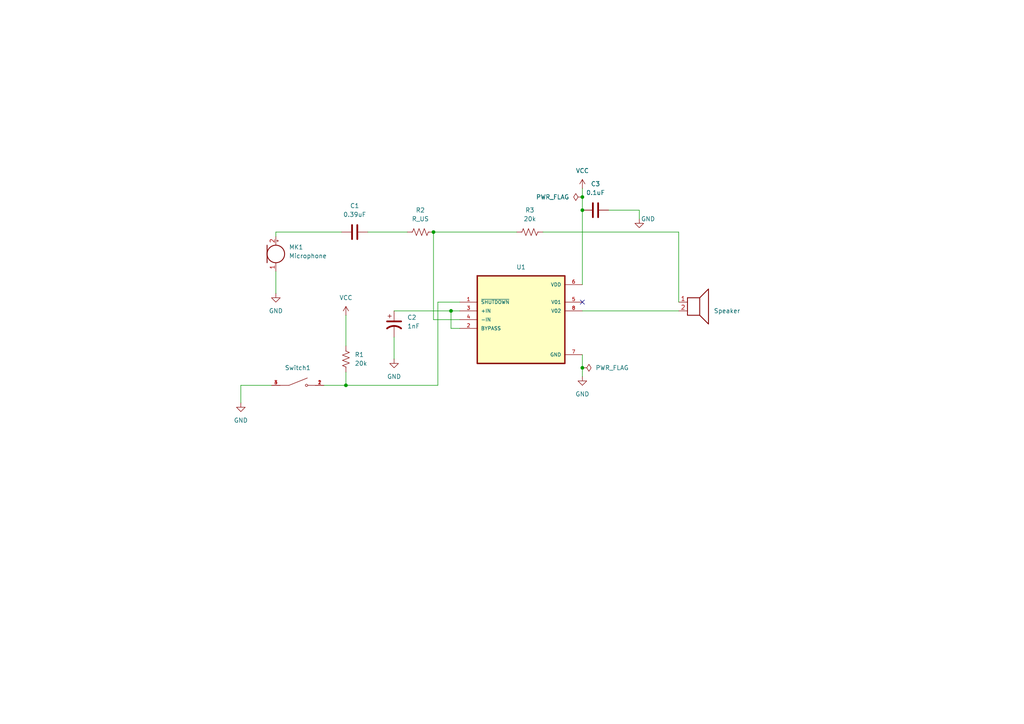
<source format=kicad_sch>
(kicad_sch
	(version 20231120)
	(generator "eeschema")
	(generator_version "8.0")
	(uuid "dc0470f7-d6fb-407b-ae6c-eb0711ae7f03")
	(paper "A4")
	(title_block
		(title "1W Amplifier Circuit")
		(date "2024-07-18")
		(company "Prince Lee Muhera")
	)
	(lib_symbols
		(symbol "Device:C"
			(pin_numbers hide)
			(pin_names
				(offset 0.254)
			)
			(exclude_from_sim no)
			(in_bom yes)
			(on_board yes)
			(property "Reference" "C"
				(at 0.635 2.54 0)
				(effects
					(font
						(size 1.27 1.27)
					)
					(justify left)
				)
			)
			(property "Value" "C"
				(at 0.635 -2.54 0)
				(effects
					(font
						(size 1.27 1.27)
					)
					(justify left)
				)
			)
			(property "Footprint" ""
				(at 0.9652 -3.81 0)
				(effects
					(font
						(size 1.27 1.27)
					)
					(hide yes)
				)
			)
			(property "Datasheet" "~"
				(at 0 0 0)
				(effects
					(font
						(size 1.27 1.27)
					)
					(hide yes)
				)
			)
			(property "Description" "Unpolarized capacitor"
				(at 0 0 0)
				(effects
					(font
						(size 1.27 1.27)
					)
					(hide yes)
				)
			)
			(property "ki_keywords" "cap capacitor"
				(at 0 0 0)
				(effects
					(font
						(size 1.27 1.27)
					)
					(hide yes)
				)
			)
			(property "ki_fp_filters" "C_*"
				(at 0 0 0)
				(effects
					(font
						(size 1.27 1.27)
					)
					(hide yes)
				)
			)
			(symbol "C_0_1"
				(polyline
					(pts
						(xy -2.032 -0.762) (xy 2.032 -0.762)
					)
					(stroke
						(width 0.508)
						(type default)
					)
					(fill
						(type none)
					)
				)
				(polyline
					(pts
						(xy -2.032 0.762) (xy 2.032 0.762)
					)
					(stroke
						(width 0.508)
						(type default)
					)
					(fill
						(type none)
					)
				)
			)
			(symbol "C_1_1"
				(pin passive line
					(at 0 3.81 270)
					(length 2.794)
					(name "~"
						(effects
							(font
								(size 1.27 1.27)
							)
						)
					)
					(number "1"
						(effects
							(font
								(size 1.27 1.27)
							)
						)
					)
				)
				(pin passive line
					(at 0 -3.81 90)
					(length 2.794)
					(name "~"
						(effects
							(font
								(size 1.27 1.27)
							)
						)
					)
					(number "2"
						(effects
							(font
								(size 1.27 1.27)
							)
						)
					)
				)
			)
		)
		(symbol "Device:C_Polarized_US"
			(pin_numbers hide)
			(pin_names
				(offset 0.254) hide)
			(exclude_from_sim no)
			(in_bom yes)
			(on_board yes)
			(property "Reference" "C"
				(at 0.635 2.54 0)
				(effects
					(font
						(size 1.27 1.27)
					)
					(justify left)
				)
			)
			(property "Value" "C_Polarized_US"
				(at 0.635 -2.54 0)
				(effects
					(font
						(size 1.27 1.27)
					)
					(justify left)
				)
			)
			(property "Footprint" ""
				(at 0 0 0)
				(effects
					(font
						(size 1.27 1.27)
					)
					(hide yes)
				)
			)
			(property "Datasheet" "~"
				(at 0 0 0)
				(effects
					(font
						(size 1.27 1.27)
					)
					(hide yes)
				)
			)
			(property "Description" "Polarized capacitor, US symbol"
				(at 0 0 0)
				(effects
					(font
						(size 1.27 1.27)
					)
					(hide yes)
				)
			)
			(property "ki_keywords" "cap capacitor"
				(at 0 0 0)
				(effects
					(font
						(size 1.27 1.27)
					)
					(hide yes)
				)
			)
			(property "ki_fp_filters" "CP_*"
				(at 0 0 0)
				(effects
					(font
						(size 1.27 1.27)
					)
					(hide yes)
				)
			)
			(symbol "C_Polarized_US_0_1"
				(polyline
					(pts
						(xy -2.032 0.762) (xy 2.032 0.762)
					)
					(stroke
						(width 0.508)
						(type default)
					)
					(fill
						(type none)
					)
				)
				(polyline
					(pts
						(xy -1.778 2.286) (xy -0.762 2.286)
					)
					(stroke
						(width 0)
						(type default)
					)
					(fill
						(type none)
					)
				)
				(polyline
					(pts
						(xy -1.27 1.778) (xy -1.27 2.794)
					)
					(stroke
						(width 0)
						(type default)
					)
					(fill
						(type none)
					)
				)
				(arc
					(start 2.032 -1.27)
					(mid 0 -0.5572)
					(end -2.032 -1.27)
					(stroke
						(width 0.508)
						(type default)
					)
					(fill
						(type none)
					)
				)
			)
			(symbol "C_Polarized_US_1_1"
				(pin passive line
					(at 0 3.81 270)
					(length 2.794)
					(name "~"
						(effects
							(font
								(size 1.27 1.27)
							)
						)
					)
					(number "1"
						(effects
							(font
								(size 1.27 1.27)
							)
						)
					)
				)
				(pin passive line
					(at 0 -3.81 90)
					(length 3.302)
					(name "~"
						(effects
							(font
								(size 1.27 1.27)
							)
						)
					)
					(number "2"
						(effects
							(font
								(size 1.27 1.27)
							)
						)
					)
				)
			)
		)
		(symbol "Device:Microphone"
			(pin_names
				(offset 0.0254) hide)
			(exclude_from_sim no)
			(in_bom yes)
			(on_board yes)
			(property "Reference" "MK"
				(at -3.81 1.27 0)
				(effects
					(font
						(size 1.27 1.27)
					)
					(justify right)
				)
			)
			(property "Value" "Microphone"
				(at -3.81 -0.635 0)
				(effects
					(font
						(size 1.27 1.27)
					)
					(justify right)
				)
			)
			(property "Footprint" ""
				(at 0 2.54 90)
				(effects
					(font
						(size 1.27 1.27)
					)
					(hide yes)
				)
			)
			(property "Datasheet" "~"
				(at 0 2.54 90)
				(effects
					(font
						(size 1.27 1.27)
					)
					(hide yes)
				)
			)
			(property "Description" "Microphone"
				(at 0 0 0)
				(effects
					(font
						(size 1.27 1.27)
					)
					(hide yes)
				)
			)
			(property "ki_keywords" "microphone"
				(at 0 0 0)
				(effects
					(font
						(size 1.27 1.27)
					)
					(hide yes)
				)
			)
			(symbol "Microphone_0_1"
				(polyline
					(pts
						(xy -2.54 2.54) (xy -2.54 -2.54)
					)
					(stroke
						(width 0.254)
						(type default)
					)
					(fill
						(type none)
					)
				)
				(polyline
					(pts
						(xy 0.254 3.81) (xy 0.762 3.81)
					)
					(stroke
						(width 0)
						(type default)
					)
					(fill
						(type none)
					)
				)
				(polyline
					(pts
						(xy 0.508 4.064) (xy 0.508 3.556)
					)
					(stroke
						(width 0)
						(type default)
					)
					(fill
						(type none)
					)
				)
				(circle
					(center 0 0)
					(radius 2.54)
					(stroke
						(width 0.254)
						(type default)
					)
					(fill
						(type none)
					)
				)
			)
			(symbol "Microphone_1_1"
				(pin passive line
					(at 0 -5.08 90)
					(length 2.54)
					(name "-"
						(effects
							(font
								(size 1.27 1.27)
							)
						)
					)
					(number "1"
						(effects
							(font
								(size 1.27 1.27)
							)
						)
					)
				)
				(pin passive line
					(at 0 5.08 270)
					(length 2.54)
					(name "+"
						(effects
							(font
								(size 1.27 1.27)
							)
						)
					)
					(number "2"
						(effects
							(font
								(size 1.27 1.27)
							)
						)
					)
				)
			)
		)
		(symbol "Device:R_US"
			(pin_numbers hide)
			(pin_names
				(offset 0)
			)
			(exclude_from_sim no)
			(in_bom yes)
			(on_board yes)
			(property "Reference" "R"
				(at 2.54 0 90)
				(effects
					(font
						(size 1.27 1.27)
					)
				)
			)
			(property "Value" "R_US"
				(at -2.54 0 90)
				(effects
					(font
						(size 1.27 1.27)
					)
				)
			)
			(property "Footprint" ""
				(at 1.016 -0.254 90)
				(effects
					(font
						(size 1.27 1.27)
					)
					(hide yes)
				)
			)
			(property "Datasheet" "~"
				(at 0 0 0)
				(effects
					(font
						(size 1.27 1.27)
					)
					(hide yes)
				)
			)
			(property "Description" "Resistor, US symbol"
				(at 0 0 0)
				(effects
					(font
						(size 1.27 1.27)
					)
					(hide yes)
				)
			)
			(property "ki_keywords" "R res resistor"
				(at 0 0 0)
				(effects
					(font
						(size 1.27 1.27)
					)
					(hide yes)
				)
			)
			(property "ki_fp_filters" "R_*"
				(at 0 0 0)
				(effects
					(font
						(size 1.27 1.27)
					)
					(hide yes)
				)
			)
			(symbol "R_US_0_1"
				(polyline
					(pts
						(xy 0 -2.286) (xy 0 -2.54)
					)
					(stroke
						(width 0)
						(type default)
					)
					(fill
						(type none)
					)
				)
				(polyline
					(pts
						(xy 0 2.286) (xy 0 2.54)
					)
					(stroke
						(width 0)
						(type default)
					)
					(fill
						(type none)
					)
				)
				(polyline
					(pts
						(xy 0 -0.762) (xy 1.016 -1.143) (xy 0 -1.524) (xy -1.016 -1.905) (xy 0 -2.286)
					)
					(stroke
						(width 0)
						(type default)
					)
					(fill
						(type none)
					)
				)
				(polyline
					(pts
						(xy 0 0.762) (xy 1.016 0.381) (xy 0 0) (xy -1.016 -0.381) (xy 0 -0.762)
					)
					(stroke
						(width 0)
						(type default)
					)
					(fill
						(type none)
					)
				)
				(polyline
					(pts
						(xy 0 2.286) (xy 1.016 1.905) (xy 0 1.524) (xy -1.016 1.143) (xy 0 0.762)
					)
					(stroke
						(width 0)
						(type default)
					)
					(fill
						(type none)
					)
				)
			)
			(symbol "R_US_1_1"
				(pin passive line
					(at 0 3.81 270)
					(length 1.27)
					(name "~"
						(effects
							(font
								(size 1.27 1.27)
							)
						)
					)
					(number "1"
						(effects
							(font
								(size 1.27 1.27)
							)
						)
					)
				)
				(pin passive line
					(at 0 -3.81 90)
					(length 1.27)
					(name "~"
						(effects
							(font
								(size 1.27 1.27)
							)
						)
					)
					(number "2"
						(effects
							(font
								(size 1.27 1.27)
							)
						)
					)
				)
			)
		)
		(symbol "Device:Speaker"
			(pin_names
				(offset 0) hide)
			(exclude_from_sim no)
			(in_bom yes)
			(on_board yes)
			(property "Reference" "LS"
				(at 1.27 5.715 0)
				(effects
					(font
						(size 1.27 1.27)
					)
					(justify right)
				)
			)
			(property "Value" "Speaker"
				(at 1.27 3.81 0)
				(effects
					(font
						(size 1.27 1.27)
					)
					(justify right)
				)
			)
			(property "Footprint" ""
				(at 0 -5.08 0)
				(effects
					(font
						(size 1.27 1.27)
					)
					(hide yes)
				)
			)
			(property "Datasheet" "~"
				(at -0.254 -1.27 0)
				(effects
					(font
						(size 1.27 1.27)
					)
					(hide yes)
				)
			)
			(property "Description" "Speaker"
				(at 0 0 0)
				(effects
					(font
						(size 1.27 1.27)
					)
					(hide yes)
				)
			)
			(property "ki_keywords" "speaker sound"
				(at 0 0 0)
				(effects
					(font
						(size 1.27 1.27)
					)
					(hide yes)
				)
			)
			(symbol "Speaker_0_0"
				(rectangle
					(start -2.54 1.27)
					(end 1.016 -3.81)
					(stroke
						(width 0.254)
						(type default)
					)
					(fill
						(type none)
					)
				)
				(polyline
					(pts
						(xy 1.016 1.27) (xy 3.556 3.81) (xy 3.556 -6.35) (xy 1.016 -3.81)
					)
					(stroke
						(width 0.254)
						(type default)
					)
					(fill
						(type none)
					)
				)
			)
			(symbol "Speaker_1_1"
				(pin input line
					(at -5.08 0 0)
					(length 2.54)
					(name "1"
						(effects
							(font
								(size 1.27 1.27)
							)
						)
					)
					(number "1"
						(effects
							(font
								(size 1.27 1.27)
							)
						)
					)
				)
				(pin input line
					(at -5.08 -2.54 0)
					(length 2.54)
					(name "2"
						(effects
							(font
								(size 1.27 1.27)
							)
						)
					)
					(number "2"
						(effects
							(font
								(size 1.27 1.27)
							)
						)
					)
				)
			)
		)
		(symbol "LM4876M:LM4876M"
			(pin_names
				(offset 1.016)
			)
			(exclude_from_sim no)
			(in_bom yes)
			(on_board yes)
			(property "Reference" "U"
				(at -12.7 13.7 0)
				(effects
					(font
						(size 1.27 1.27)
					)
					(justify left bottom)
				)
			)
			(property "Value" "LM4876M"
				(at -12.7 -16.7 0)
				(effects
					(font
						(size 1.27 1.27)
					)
					(justify left bottom)
				)
			)
			(property "Footprint" "LM4876M:SOIC127P599X175-8N"
				(at 0 0 0)
				(effects
					(font
						(size 1.27 1.27)
					)
					(justify bottom)
					(hide yes)
				)
			)
			(property "Datasheet" ""
				(at 0 0 0)
				(effects
					(font
						(size 1.27 1.27)
					)
					(hide yes)
				)
			)
			(property "Description" ""
				(at 0 0 0)
				(effects
					(font
						(size 1.27 1.27)
					)
					(hide yes)
				)
			)
			(property "MF" "Texas Instruments"
				(at 0 0 0)
				(effects
					(font
						(size 1.27 1.27)
					)
					(justify bottom)
					(hide yes)
				)
			)
			(property "Description_1" "\n1.1-W, mono, analog input Class-AB audio amplifier with logic-low shutdown\n"
				(at 0 0 0)
				(effects
					(font
						(size 1.27 1.27)
					)
					(justify bottom)
					(hide yes)
				)
			)
			(property "Package" "SOIC-8 Texas Instruments"
				(at 0 0 0)
				(effects
					(font
						(size 1.27 1.27)
					)
					(justify bottom)
					(hide yes)
				)
			)
			(property "Price" "None"
				(at 0 0 0)
				(effects
					(font
						(size 1.27 1.27)
					)
					(justify bottom)
					(hide yes)
				)
			)
			(property "SnapEDA_Link" "https://www.snapeda.com/parts/LM4876M/NOPB/Texas+Instruments/view-part/?ref=snap"
				(at 0 0 0)
				(effects
					(font
						(size 1.27 1.27)
					)
					(justify bottom)
					(hide yes)
				)
			)
			(property "MP" "LM4876M/NOPB"
				(at 0 0 0)
				(effects
					(font
						(size 1.27 1.27)
					)
					(justify bottom)
					(hide yes)
				)
			)
			(property "Purchase-URL" "https://www.snapeda.com/api/url_track_click_mouser/?unipart_id=22836&manufacturer=Texas Instruments&part_name=LM4876M/NOPB&search_term=lm4876"
				(at 0 0 0)
				(effects
					(font
						(size 1.27 1.27)
					)
					(justify bottom)
					(hide yes)
				)
			)
			(property "Availability" "In Stock"
				(at 0 0 0)
				(effects
					(font
						(size 1.27 1.27)
					)
					(justify bottom)
					(hide yes)
				)
			)
			(property "Check_prices" "https://www.snapeda.com/parts/LM4876M/NOPB/Texas+Instruments/view-part/?ref=eda"
				(at 0 0 0)
				(effects
					(font
						(size 1.27 1.27)
					)
					(justify bottom)
					(hide yes)
				)
			)
			(symbol "LM4876M_0_0"
				(rectangle
					(start -12.7 -12.7)
					(end 12.7 12.7)
					(stroke
						(width 0.41)
						(type default)
					)
					(fill
						(type background)
					)
				)
				(pin input line
					(at -17.78 5.08 0)
					(length 5.08)
					(name "~{SHUTDOWN}"
						(effects
							(font
								(size 1.016 1.016)
							)
						)
					)
					(number "1"
						(effects
							(font
								(size 1.016 1.016)
							)
						)
					)
				)
				(pin input line
					(at -17.78 -2.54 0)
					(length 5.08)
					(name "BYPASS"
						(effects
							(font
								(size 1.016 1.016)
							)
						)
					)
					(number "2"
						(effects
							(font
								(size 1.016 1.016)
							)
						)
					)
				)
				(pin input line
					(at -17.78 2.54 0)
					(length 5.08)
					(name "+IN"
						(effects
							(font
								(size 1.016 1.016)
							)
						)
					)
					(number "3"
						(effects
							(font
								(size 1.016 1.016)
							)
						)
					)
				)
				(pin input line
					(at -17.78 0 0)
					(length 5.08)
					(name "-IN"
						(effects
							(font
								(size 1.016 1.016)
							)
						)
					)
					(number "4"
						(effects
							(font
								(size 1.016 1.016)
							)
						)
					)
				)
				(pin output line
					(at 17.78 5.08 180)
					(length 5.08)
					(name "V01"
						(effects
							(font
								(size 1.016 1.016)
							)
						)
					)
					(number "5"
						(effects
							(font
								(size 1.016 1.016)
							)
						)
					)
				)
				(pin power_in line
					(at 17.78 10.16 180)
					(length 5.08)
					(name "VDD"
						(effects
							(font
								(size 1.016 1.016)
							)
						)
					)
					(number "6"
						(effects
							(font
								(size 1.016 1.016)
							)
						)
					)
				)
				(pin power_in line
					(at 17.78 -10.16 180)
					(length 5.08)
					(name "GND"
						(effects
							(font
								(size 1.016 1.016)
							)
						)
					)
					(number "7"
						(effects
							(font
								(size 1.016 1.016)
							)
						)
					)
				)
				(pin output line
					(at 17.78 2.54 180)
					(length 5.08)
					(name "V02"
						(effects
							(font
								(size 1.016 1.016)
							)
						)
					)
					(number "8"
						(effects
							(font
								(size 1.016 1.016)
							)
						)
					)
				)
			)
		)
		(symbol "TS16-1212-85-BK-100-SMT-TR:TS16-1212-85-BK-100-SMT-TR"
			(pin_names
				(offset 1.016)
			)
			(exclude_from_sim no)
			(in_bom yes)
			(on_board yes)
			(property "Reference" "S"
				(at -2.54 2.54 0)
				(effects
					(font
						(size 1.27 1.27)
					)
					(justify left bottom)
				)
			)
			(property "Value" "TS16-1212-85-BK-100-SMT-TR"
				(at -2.54 -2.54 0)
				(effects
					(font
						(size 1.27 1.27)
					)
					(justify left top)
				)
			)
			(property "Footprint" "TS16-1212-85-BK-100-SMT-TR:SW_TS16-1212-85-BK-100-SMT-TR"
				(at 0 0 0)
				(effects
					(font
						(size 1.27 1.27)
					)
					(justify bottom)
					(hide yes)
				)
			)
			(property "Datasheet" ""
				(at 0 0 0)
				(effects
					(font
						(size 1.27 1.27)
					)
					(hide yes)
				)
			)
			(property "Description" ""
				(at 0 0 0)
				(effects
					(font
						(size 1.27 1.27)
					)
					(hide yes)
				)
			)
			(property "CUI_purchase_URL" "https://www.cuidevices.com/product/switches/tactile-switches/ts16-1212-85-bk-100-smt-tr?utm_source=snapeda.com&utm_medium=referral&utm_campaign=snapedaBOM"
				(at 0 0 0)
				(effects
					(font
						(size 1.27 1.27)
					)
					(justify bottom)
					(hide yes)
				)
			)
			(property "MF" "CUI Devices"
				(at 0 0 0)
				(effects
					(font
						(size 1.27 1.27)
					)
					(justify bottom)
					(hide yes)
				)
			)
			(property "MAXIMUM_PACKAGE_HEIGHT" "7.7 mm"
				(at 0 0 0)
				(effects
					(font
						(size 1.27 1.27)
					)
					(justify bottom)
					(hide yes)
				)
			)
			(property "Package" "None"
				(at 0 0 0)
				(effects
					(font
						(size 1.27 1.27)
					)
					(justify bottom)
					(hide yes)
				)
			)
			(property "Price" "None"
				(at 0 0 0)
				(effects
					(font
						(size 1.27 1.27)
					)
					(justify bottom)
					(hide yes)
				)
			)
			(property "Check_prices" "https://www.snapeda.com/parts/TS16-1212-85-BK-100-SMT-TR/CUI+Devices/view-part/?ref=eda"
				(at 0 0 0)
				(effects
					(font
						(size 1.27 1.27)
					)
					(justify bottom)
					(hide yes)
				)
			)
			(property "STANDARD" "Manufacturer Recommendations"
				(at 0 0 0)
				(effects
					(font
						(size 1.27 1.27)
					)
					(justify bottom)
					(hide yes)
				)
			)
			(property "PARTREV" "1.01"
				(at 0 0 0)
				(effects
					(font
						(size 1.27 1.27)
					)
					(justify bottom)
					(hide yes)
				)
			)
			(property "SnapEDA_Link" "https://www.snapeda.com/parts/TS16-1212-85-BK-100-SMT-TR/CUI+Devices/view-part/?ref=snap"
				(at 0 0 0)
				(effects
					(font
						(size 1.27 1.27)
					)
					(justify bottom)
					(hide yes)
				)
			)
			(property "MP" "TS16-1212-85-BK-100-SMT-TR"
				(at 0 0 0)
				(effects
					(font
						(size 1.27 1.27)
					)
					(justify bottom)
					(hide yes)
				)
			)
			(property "Purchase-URL" "https://www.snapeda.com/api/url_track_click_mouser/?unipart_id=12256581&manufacturer=CUI Devices&part_name=TS16-1212-85-BK-100-SMT-TR&search_term=switch"
				(at 0 0 0)
				(effects
					(font
						(size 1.27 1.27)
					)
					(justify bottom)
					(hide yes)
				)
			)
			(property "Description_1" "12 x 12 mm, 8.5 mm Actuactor Height, 100gf, Black, Surface Mount, TR, SPST, Tactile Switch"
				(at 0 0 0)
				(effects
					(font
						(size 1.27 1.27)
					)
					(justify bottom)
					(hide yes)
				)
			)
			(property "SNAPEDA_PN" "TS16-1212-75-BK-100-SMT-TR"
				(at 0 0 0)
				(effects
					(font
						(size 1.27 1.27)
					)
					(justify bottom)
					(hide yes)
				)
			)
			(property "Availability" "In Stock"
				(at 0 0 0)
				(effects
					(font
						(size 1.27 1.27)
					)
					(justify bottom)
					(hide yes)
				)
			)
			(property "MANUFACTURER" "CUI Devices"
				(at 0 0 0)
				(effects
					(font
						(size 1.27 1.27)
					)
					(justify bottom)
					(hide yes)
				)
			)
			(symbol "TS16-1212-85-BK-100-SMT-TR_0_0"
				(polyline
					(pts
						(xy -2.54 0) (xy -5.08 0)
					)
					(stroke
						(width 0.1524)
						(type default)
					)
					(fill
						(type none)
					)
				)
				(polyline
					(pts
						(xy -2.54 0) (xy 2.794 2.1336)
					)
					(stroke
						(width 0.1524)
						(type default)
					)
					(fill
						(type none)
					)
				)
				(polyline
					(pts
						(xy 5.08 0) (xy 2.921 0)
					)
					(stroke
						(width 0.1524)
						(type default)
					)
					(fill
						(type none)
					)
				)
				(circle
					(center 2.54 0)
					(radius 0.3302)
					(stroke
						(width 0.1524)
						(type default)
					)
					(fill
						(type none)
					)
				)
				(pin passive line
					(at 7.62 0 180)
					(length 2.54)
					(name "~"
						(effects
							(font
								(size 1.016 1.016)
							)
						)
					)
					(number "1"
						(effects
							(font
								(size 1.016 1.016)
							)
						)
					)
				)
				(pin passive line
					(at 7.62 0 180)
					(length 2.54)
					(name "~"
						(effects
							(font
								(size 1.016 1.016)
							)
						)
					)
					(number "2"
						(effects
							(font
								(size 1.016 1.016)
							)
						)
					)
				)
				(pin passive line
					(at -7.62 0 0)
					(length 2.54)
					(name "~"
						(effects
							(font
								(size 1.016 1.016)
							)
						)
					)
					(number "3"
						(effects
							(font
								(size 1.016 1.016)
							)
						)
					)
				)
				(pin passive line
					(at -7.62 0 0)
					(length 2.54)
					(name "~"
						(effects
							(font
								(size 1.016 1.016)
							)
						)
					)
					(number "4"
						(effects
							(font
								(size 1.016 1.016)
							)
						)
					)
				)
			)
		)
		(symbol "power:GND"
			(power)
			(pin_numbers hide)
			(pin_names
				(offset 0) hide)
			(exclude_from_sim no)
			(in_bom yes)
			(on_board yes)
			(property "Reference" "#PWR"
				(at 0 -6.35 0)
				(effects
					(font
						(size 1.27 1.27)
					)
					(hide yes)
				)
			)
			(property "Value" "GND"
				(at 0 -3.81 0)
				(effects
					(font
						(size 1.27 1.27)
					)
				)
			)
			(property "Footprint" ""
				(at 0 0 0)
				(effects
					(font
						(size 1.27 1.27)
					)
					(hide yes)
				)
			)
			(property "Datasheet" ""
				(at 0 0 0)
				(effects
					(font
						(size 1.27 1.27)
					)
					(hide yes)
				)
			)
			(property "Description" "Power symbol creates a global label with name \"GND\" , ground"
				(at 0 0 0)
				(effects
					(font
						(size 1.27 1.27)
					)
					(hide yes)
				)
			)
			(property "ki_keywords" "global power"
				(at 0 0 0)
				(effects
					(font
						(size 1.27 1.27)
					)
					(hide yes)
				)
			)
			(symbol "GND_0_1"
				(polyline
					(pts
						(xy 0 0) (xy 0 -1.27) (xy 1.27 -1.27) (xy 0 -2.54) (xy -1.27 -1.27) (xy 0 -1.27)
					)
					(stroke
						(width 0)
						(type default)
					)
					(fill
						(type none)
					)
				)
			)
			(symbol "GND_1_1"
				(pin power_in line
					(at 0 0 270)
					(length 0)
					(name "~"
						(effects
							(font
								(size 1.27 1.27)
							)
						)
					)
					(number "1"
						(effects
							(font
								(size 1.27 1.27)
							)
						)
					)
				)
			)
		)
		(symbol "power:PWR_FLAG"
			(power)
			(pin_numbers hide)
			(pin_names
				(offset 0) hide)
			(exclude_from_sim no)
			(in_bom yes)
			(on_board yes)
			(property "Reference" "#FLG"
				(at 0 1.905 0)
				(effects
					(font
						(size 1.27 1.27)
					)
					(hide yes)
				)
			)
			(property "Value" "PWR_FLAG"
				(at 0 3.81 0)
				(effects
					(font
						(size 1.27 1.27)
					)
				)
			)
			(property "Footprint" ""
				(at 0 0 0)
				(effects
					(font
						(size 1.27 1.27)
					)
					(hide yes)
				)
			)
			(property "Datasheet" "~"
				(at 0 0 0)
				(effects
					(font
						(size 1.27 1.27)
					)
					(hide yes)
				)
			)
			(property "Description" "Special symbol for telling ERC where power comes from"
				(at 0 0 0)
				(effects
					(font
						(size 1.27 1.27)
					)
					(hide yes)
				)
			)
			(property "ki_keywords" "flag power"
				(at 0 0 0)
				(effects
					(font
						(size 1.27 1.27)
					)
					(hide yes)
				)
			)
			(symbol "PWR_FLAG_0_0"
				(pin power_out line
					(at 0 0 90)
					(length 0)
					(name "~"
						(effects
							(font
								(size 1.27 1.27)
							)
						)
					)
					(number "1"
						(effects
							(font
								(size 1.27 1.27)
							)
						)
					)
				)
			)
			(symbol "PWR_FLAG_0_1"
				(polyline
					(pts
						(xy 0 0) (xy 0 1.27) (xy -1.016 1.905) (xy 0 2.54) (xy 1.016 1.905) (xy 0 1.27)
					)
					(stroke
						(width 0)
						(type default)
					)
					(fill
						(type none)
					)
				)
			)
		)
		(symbol "power:VCC"
			(power)
			(pin_numbers hide)
			(pin_names
				(offset 0) hide)
			(exclude_from_sim no)
			(in_bom yes)
			(on_board yes)
			(property "Reference" "#PWR"
				(at 0 -3.81 0)
				(effects
					(font
						(size 1.27 1.27)
					)
					(hide yes)
				)
			)
			(property "Value" "VCC"
				(at 0 3.556 0)
				(effects
					(font
						(size 1.27 1.27)
					)
				)
			)
			(property "Footprint" ""
				(at 0 0 0)
				(effects
					(font
						(size 1.27 1.27)
					)
					(hide yes)
				)
			)
			(property "Datasheet" ""
				(at 0 0 0)
				(effects
					(font
						(size 1.27 1.27)
					)
					(hide yes)
				)
			)
			(property "Description" "Power symbol creates a global label with name \"VCC\""
				(at 0 0 0)
				(effects
					(font
						(size 1.27 1.27)
					)
					(hide yes)
				)
			)
			(property "ki_keywords" "global power"
				(at 0 0 0)
				(effects
					(font
						(size 1.27 1.27)
					)
					(hide yes)
				)
			)
			(symbol "VCC_0_1"
				(polyline
					(pts
						(xy -0.762 1.27) (xy 0 2.54)
					)
					(stroke
						(width 0)
						(type default)
					)
					(fill
						(type none)
					)
				)
				(polyline
					(pts
						(xy 0 0) (xy 0 2.54)
					)
					(stroke
						(width 0)
						(type default)
					)
					(fill
						(type none)
					)
				)
				(polyline
					(pts
						(xy 0 2.54) (xy 0.762 1.27)
					)
					(stroke
						(width 0)
						(type default)
					)
					(fill
						(type none)
					)
				)
			)
			(symbol "VCC_1_1"
				(pin power_in line
					(at 0 0 90)
					(length 0)
					(name "~"
						(effects
							(font
								(size 1.27 1.27)
							)
						)
					)
					(number "1"
						(effects
							(font
								(size 1.27 1.27)
							)
						)
					)
				)
			)
		)
	)
	(junction
		(at 130.81 90.17)
		(diameter 0)
		(color 0 0 0 0)
		(uuid "14c3f224-f3a1-465e-be1a-50e7aa3e436f")
	)
	(junction
		(at 100.33 111.76)
		(diameter 0)
		(color 0 0 0 0)
		(uuid "1a48e1f9-75c9-4a24-a371-23299e63555a")
	)
	(junction
		(at 168.91 57.15)
		(diameter 0)
		(color 0 0 0 0)
		(uuid "5619ac96-8ced-48a6-8efa-658d509da738")
	)
	(junction
		(at 168.91 106.68)
		(diameter 0)
		(color 0 0 0 0)
		(uuid "7b57bf99-9b88-463d-8d38-6dc29fa06867")
	)
	(junction
		(at 125.73 67.31)
		(diameter 0)
		(color 0 0 0 0)
		(uuid "c3fc14ab-2d32-4c48-8b57-5396a14aacb3")
	)
	(junction
		(at 168.91 60.96)
		(diameter 0)
		(color 0 0 0 0)
		(uuid "f2d9745e-e891-4101-889e-3feeb9ad58a8")
	)
	(no_connect
		(at 168.91 87.63)
		(uuid "1d2a0834-83db-4d3e-9aa5-760a5ac211ee")
	)
	(wire
		(pts
			(xy 130.81 95.25) (xy 130.81 90.17)
		)
		(stroke
			(width 0)
			(type default)
		)
		(uuid "0729cce3-50f0-472e-a7db-2feed56eae7a")
	)
	(wire
		(pts
			(xy 80.01 67.31) (xy 80.01 68.58)
		)
		(stroke
			(width 0)
			(type default)
		)
		(uuid "11ad0a37-689c-4aa6-abcf-570c069cd269")
	)
	(wire
		(pts
			(xy 130.81 90.17) (xy 133.35 90.17)
		)
		(stroke
			(width 0)
			(type default)
		)
		(uuid "13b04951-6ceb-4473-9404-96583b809361")
	)
	(wire
		(pts
			(xy 127 87.63) (xy 127 111.76)
		)
		(stroke
			(width 0)
			(type default)
		)
		(uuid "189a70b9-beab-4b37-9edb-1f80d94bbfd2")
	)
	(wire
		(pts
			(xy 176.53 60.96) (xy 185.42 60.96)
		)
		(stroke
			(width 0)
			(type default)
		)
		(uuid "30587c20-07d6-490f-9af9-5cc2fc46039b")
	)
	(wire
		(pts
			(xy 100.33 91.44) (xy 100.33 100.33)
		)
		(stroke
			(width 0)
			(type default)
		)
		(uuid "36c67372-6b1a-4ec9-9325-721cf8e11536")
	)
	(wire
		(pts
			(xy 133.35 87.63) (xy 127 87.63)
		)
		(stroke
			(width 0)
			(type default)
		)
		(uuid "3b8da1b0-cf9f-4687-bc30-2157cd30b904")
	)
	(wire
		(pts
			(xy 168.91 82.55) (xy 168.91 60.96)
		)
		(stroke
			(width 0)
			(type default)
		)
		(uuid "4c6a7bbd-8481-40ab-bf2f-6d3b42427d1b")
	)
	(wire
		(pts
			(xy 99.06 67.31) (xy 80.01 67.31)
		)
		(stroke
			(width 0)
			(type default)
		)
		(uuid "524729f9-0db1-45df-bdd4-7fbb98a0daab")
	)
	(wire
		(pts
			(xy 114.3 97.79) (xy 114.3 104.14)
		)
		(stroke
			(width 0)
			(type default)
		)
		(uuid "56d96162-8d84-4396-bf27-49b35bd023ee")
	)
	(wire
		(pts
			(xy 100.33 111.76) (xy 93.98 111.76)
		)
		(stroke
			(width 0)
			(type default)
		)
		(uuid "5bc6a6f9-db1d-4ad0-80f0-ea67a1817f53")
	)
	(wire
		(pts
			(xy 196.85 87.63) (xy 196.85 67.31)
		)
		(stroke
			(width 0)
			(type default)
		)
		(uuid "6ddce209-f370-49a9-bbb0-354e0e5f8fd6")
	)
	(wire
		(pts
			(xy 168.91 102.87) (xy 168.91 106.68)
		)
		(stroke
			(width 0)
			(type default)
		)
		(uuid "700433fa-ba27-4588-a4aa-196d832e2615")
	)
	(wire
		(pts
			(xy 133.35 92.71) (xy 125.73 92.71)
		)
		(stroke
			(width 0)
			(type default)
		)
		(uuid "773d67a0-199a-4956-8b69-55409948450f")
	)
	(wire
		(pts
			(xy 185.42 60.96) (xy 185.42 63.5)
		)
		(stroke
			(width 0)
			(type default)
		)
		(uuid "9268e5a2-ac53-4f12-8f55-3eeefdd7c3df")
	)
	(wire
		(pts
			(xy 80.01 78.74) (xy 80.01 85.09)
		)
		(stroke
			(width 0)
			(type default)
		)
		(uuid "95d36e97-c5d3-4747-9fca-3159e8666a2d")
	)
	(wire
		(pts
			(xy 127 111.76) (xy 100.33 111.76)
		)
		(stroke
			(width 0)
			(type default)
		)
		(uuid "95ff341b-064d-4fdd-94c6-dc9b32197a57")
	)
	(wire
		(pts
			(xy 69.85 111.76) (xy 78.74 111.76)
		)
		(stroke
			(width 0)
			(type default)
		)
		(uuid "97476205-b12a-4d7b-80ea-359ba091bc18")
	)
	(wire
		(pts
			(xy 100.33 107.95) (xy 100.33 111.76)
		)
		(stroke
			(width 0)
			(type default)
		)
		(uuid "9767614f-5201-4454-a200-30f1f92c1841")
	)
	(wire
		(pts
			(xy 106.68 67.31) (xy 118.11 67.31)
		)
		(stroke
			(width 0)
			(type default)
		)
		(uuid "9bfc8cb9-1257-4df0-abfd-dc1ef85260be")
	)
	(wire
		(pts
			(xy 168.91 60.96) (xy 168.91 57.15)
		)
		(stroke
			(width 0)
			(type default)
		)
		(uuid "9c107397-27d2-47d5-8f30-df1c209a0885")
	)
	(wire
		(pts
			(xy 168.91 57.15) (xy 168.91 54.61)
		)
		(stroke
			(width 0)
			(type default)
		)
		(uuid "9f5c6604-481e-455f-af87-a8bab1c174a2")
	)
	(wire
		(pts
			(xy 168.91 90.17) (xy 196.85 90.17)
		)
		(stroke
			(width 0)
			(type default)
		)
		(uuid "b2457c60-941a-44a8-a228-9051edf51049")
	)
	(wire
		(pts
			(xy 125.73 67.31) (xy 149.86 67.31)
		)
		(stroke
			(width 0)
			(type default)
		)
		(uuid "b7658fdd-182c-43ca-afd8-99f0537b2285")
	)
	(wire
		(pts
			(xy 69.85 116.84) (xy 69.85 111.76)
		)
		(stroke
			(width 0)
			(type default)
		)
		(uuid "bf425ecb-2940-4701-9928-d526ad197d16")
	)
	(wire
		(pts
			(xy 114.3 90.17) (xy 130.81 90.17)
		)
		(stroke
			(width 0)
			(type default)
		)
		(uuid "c64d2f1f-d7e6-45c5-a436-043b6cfecde9")
	)
	(wire
		(pts
			(xy 133.35 95.25) (xy 130.81 95.25)
		)
		(stroke
			(width 0)
			(type default)
		)
		(uuid "c8a23f02-6e27-4e15-ae04-a358522c6fc9")
	)
	(wire
		(pts
			(xy 196.85 67.31) (xy 157.48 67.31)
		)
		(stroke
			(width 0)
			(type default)
		)
		(uuid "cca9a440-fd8d-4744-b1c8-2f7a19af3a65")
	)
	(wire
		(pts
			(xy 125.73 92.71) (xy 125.73 67.31)
		)
		(stroke
			(width 0)
			(type default)
		)
		(uuid "f63f19d5-d3d3-42ec-9e06-c6e21f082a15")
	)
	(wire
		(pts
			(xy 168.91 106.68) (xy 168.91 109.22)
		)
		(stroke
			(width 0)
			(type default)
		)
		(uuid "fb2b0502-b28e-4013-b8f2-4f6d781edbea")
	)
	(symbol
		(lib_id "power:GND")
		(at 185.42 63.5 0)
		(unit 1)
		(exclude_from_sim no)
		(in_bom yes)
		(on_board yes)
		(dnp no)
		(uuid "15b22a80-b2f8-4dd6-94e8-39322c582285")
		(property "Reference" "#PWR03"
			(at 185.42 69.85 0)
			(effects
				(font
					(size 1.27 1.27)
				)
				(hide yes)
			)
		)
		(property "Value" "GND"
			(at 187.96 63.5 0)
			(effects
				(font
					(size 1.27 1.27)
				)
			)
		)
		(property "Footprint" ""
			(at 185.42 63.5 0)
			(effects
				(font
					(size 1.27 1.27)
				)
				(hide yes)
			)
		)
		(property "Datasheet" ""
			(at 185.42 63.5 0)
			(effects
				(font
					(size 1.27 1.27)
				)
				(hide yes)
			)
		)
		(property "Description" "Power symbol creates a global label with name \"GND\" , ground"
			(at 185.42 63.5 0)
			(effects
				(font
					(size 1.27 1.27)
				)
				(hide yes)
			)
		)
		(pin "1"
			(uuid "2492e9a4-eed2-439c-ac0f-4380790abb22")
		)
		(instances
			(project "1W Amplifier Circuit"
				(path "/dc0470f7-d6fb-407b-ae6c-eb0711ae7f03"
					(reference "#PWR03")
					(unit 1)
				)
			)
		)
	)
	(symbol
		(lib_id "power:GND")
		(at 69.85 116.84 0)
		(unit 1)
		(exclude_from_sim no)
		(in_bom yes)
		(on_board yes)
		(dnp no)
		(fields_autoplaced yes)
		(uuid "1f8d3a72-ffeb-4e93-9cc9-29388f775822")
		(property "Reference" "#PWR04"
			(at 69.85 123.19 0)
			(effects
				(font
					(size 1.27 1.27)
				)
				(hide yes)
			)
		)
		(property "Value" "GND"
			(at 69.85 121.92 0)
			(effects
				(font
					(size 1.27 1.27)
				)
			)
		)
		(property "Footprint" ""
			(at 69.85 116.84 0)
			(effects
				(font
					(size 1.27 1.27)
				)
				(hide yes)
			)
		)
		(property "Datasheet" ""
			(at 69.85 116.84 0)
			(effects
				(font
					(size 1.27 1.27)
				)
				(hide yes)
			)
		)
		(property "Description" "Power symbol creates a global label with name \"GND\" , ground"
			(at 69.85 116.84 0)
			(effects
				(font
					(size 1.27 1.27)
				)
				(hide yes)
			)
		)
		(pin "1"
			(uuid "9c1c0269-de43-4bdc-8ac9-da5d67e5b36b")
		)
		(instances
			(project "1W Amplifier Circuit"
				(path "/dc0470f7-d6fb-407b-ae6c-eb0711ae7f03"
					(reference "#PWR04")
					(unit 1)
				)
			)
		)
	)
	(symbol
		(lib_id "power:VCC")
		(at 100.33 91.44 0)
		(unit 1)
		(exclude_from_sim no)
		(in_bom yes)
		(on_board yes)
		(dnp no)
		(fields_autoplaced yes)
		(uuid "39624e7c-fcc7-4bee-a794-41a1ed582e76")
		(property "Reference" "#PWR06"
			(at 100.33 95.25 0)
			(effects
				(font
					(size 1.27 1.27)
				)
				(hide yes)
			)
		)
		(property "Value" "VCC"
			(at 100.33 86.36 0)
			(effects
				(font
					(size 1.27 1.27)
				)
			)
		)
		(property "Footprint" ""
			(at 100.33 91.44 0)
			(effects
				(font
					(size 1.27 1.27)
				)
				(hide yes)
			)
		)
		(property "Datasheet" ""
			(at 100.33 91.44 0)
			(effects
				(font
					(size 1.27 1.27)
				)
				(hide yes)
			)
		)
		(property "Description" "Power symbol creates a global label with name \"VCC\""
			(at 100.33 91.44 0)
			(effects
				(font
					(size 1.27 1.27)
				)
				(hide yes)
			)
		)
		(pin "1"
			(uuid "63b89b27-7328-4629-9865-6ec516750f41")
		)
		(instances
			(project "1W Amplifier Circuit"
				(path "/dc0470f7-d6fb-407b-ae6c-eb0711ae7f03"
					(reference "#PWR06")
					(unit 1)
				)
			)
		)
	)
	(symbol
		(lib_id "power:GND")
		(at 168.91 109.22 0)
		(unit 1)
		(exclude_from_sim no)
		(in_bom yes)
		(on_board yes)
		(dnp no)
		(fields_autoplaced yes)
		(uuid "4cc43856-46a1-4312-96cb-da6d0418f57f")
		(property "Reference" "#PWR02"
			(at 168.91 115.57 0)
			(effects
				(font
					(size 1.27 1.27)
				)
				(hide yes)
			)
		)
		(property "Value" "GND"
			(at 168.91 114.3 0)
			(effects
				(font
					(size 1.27 1.27)
				)
			)
		)
		(property "Footprint" ""
			(at 168.91 109.22 0)
			(effects
				(font
					(size 1.27 1.27)
				)
				(hide yes)
			)
		)
		(property "Datasheet" ""
			(at 168.91 109.22 0)
			(effects
				(font
					(size 1.27 1.27)
				)
				(hide yes)
			)
		)
		(property "Description" "Power symbol creates a global label with name \"GND\" , ground"
			(at 168.91 109.22 0)
			(effects
				(font
					(size 1.27 1.27)
				)
				(hide yes)
			)
		)
		(pin "1"
			(uuid "39ebaa25-38b9-4870-90fd-80cde0c5a494")
		)
		(instances
			(project ""
				(path "/dc0470f7-d6fb-407b-ae6c-eb0711ae7f03"
					(reference "#PWR02")
					(unit 1)
				)
			)
		)
	)
	(symbol
		(lib_id "Device:C")
		(at 102.87 67.31 90)
		(unit 1)
		(exclude_from_sim no)
		(in_bom yes)
		(on_board yes)
		(dnp no)
		(fields_autoplaced yes)
		(uuid "4d0fcc94-afa4-4670-b4dd-6a19fe33b38b")
		(property "Reference" "C1"
			(at 102.87 59.69 90)
			(effects
				(font
					(size 1.27 1.27)
				)
			)
		)
		(property "Value" "0.39uF"
			(at 102.87 62.23 90)
			(effects
				(font
					(size 1.27 1.27)
				)
			)
		)
		(property "Footprint" "Capacitor_SMD:C_0805_2012Metric_Pad1.18x1.45mm_HandSolder"
			(at 106.68 66.3448 0)
			(effects
				(font
					(size 1.27 1.27)
				)
				(hide yes)
			)
		)
		(property "Datasheet" "~"
			(at 102.87 67.31 0)
			(effects
				(font
					(size 1.27 1.27)
				)
				(hide yes)
			)
		)
		(property "Description" "Unpolarized capacitor"
			(at 102.87 67.31 0)
			(effects
				(font
					(size 1.27 1.27)
				)
				(hide yes)
			)
		)
		(pin "1"
			(uuid "abf3c7f4-5299-4495-86e5-74bcbd07ba4c")
		)
		(pin "2"
			(uuid "7b3419fc-723b-45c3-b41e-7b0df5c2d14d")
		)
		(instances
			(project ""
				(path "/dc0470f7-d6fb-407b-ae6c-eb0711ae7f03"
					(reference "C1")
					(unit 1)
				)
			)
		)
	)
	(symbol
		(lib_id "Device:R_US")
		(at 100.33 104.14 0)
		(unit 1)
		(exclude_from_sim no)
		(in_bom yes)
		(on_board yes)
		(dnp no)
		(fields_autoplaced yes)
		(uuid "50dddab4-ef9b-4b72-a786-8712914c4339")
		(property "Reference" "R1"
			(at 102.87 102.8699 0)
			(effects
				(font
					(size 1.27 1.27)
				)
				(justify left)
			)
		)
		(property "Value" "20k"
			(at 102.87 105.4099 0)
			(effects
				(font
					(size 1.27 1.27)
				)
				(justify left)
			)
		)
		(property "Footprint" "Resistor_SMD:R_0603_1608Metric_Pad0.98x0.95mm_HandSolder"
			(at 101.346 104.394 90)
			(effects
				(font
					(size 1.27 1.27)
				)
				(hide yes)
			)
		)
		(property "Datasheet" "~"
			(at 100.33 104.14 0)
			(effects
				(font
					(size 1.27 1.27)
				)
				(hide yes)
			)
		)
		(property "Description" "Resistor, US symbol"
			(at 100.33 104.14 0)
			(effects
				(font
					(size 1.27 1.27)
				)
				(hide yes)
			)
		)
		(pin "2"
			(uuid "fc61d364-b5a5-4818-bc5a-0415ce1fbb01")
		)
		(pin "1"
			(uuid "0d1b082b-00d7-4d37-b37b-3d24aea80eae")
		)
		(instances
			(project ""
				(path "/dc0470f7-d6fb-407b-ae6c-eb0711ae7f03"
					(reference "R1")
					(unit 1)
				)
			)
		)
	)
	(symbol
		(lib_id "Device:C")
		(at 172.72 60.96 90)
		(unit 1)
		(exclude_from_sim no)
		(in_bom yes)
		(on_board yes)
		(dnp no)
		(fields_autoplaced yes)
		(uuid "54d84e48-dad1-4dae-9e40-1b155e1d1287")
		(property "Reference" "C3"
			(at 172.72 53.34 90)
			(effects
				(font
					(size 1.27 1.27)
				)
			)
		)
		(property "Value" "0.1uF"
			(at 172.72 55.88 90)
			(effects
				(font
					(size 1.27 1.27)
				)
			)
		)
		(property "Footprint" "Capacitor_SMD:C_0805_2012Metric_Pad1.18x1.45mm_HandSolder"
			(at 176.53 59.9948 0)
			(effects
				(font
					(size 1.27 1.27)
				)
				(hide yes)
			)
		)
		(property "Datasheet" "~"
			(at 172.72 60.96 0)
			(effects
				(font
					(size 1.27 1.27)
				)
				(hide yes)
			)
		)
		(property "Description" "Unpolarized capacitor"
			(at 172.72 60.96 0)
			(effects
				(font
					(size 1.27 1.27)
				)
				(hide yes)
			)
		)
		(pin "1"
			(uuid "e77793db-4608-4bbf-adf7-03acaf4426e8")
		)
		(pin "2"
			(uuid "9c899882-cdd3-4fae-b6e5-714da9947c57")
		)
		(instances
			(project "1W Amplifier Circuit"
				(path "/dc0470f7-d6fb-407b-ae6c-eb0711ae7f03"
					(reference "C3")
					(unit 1)
				)
			)
		)
	)
	(symbol
		(lib_id "Device:C_Polarized_US")
		(at 114.3 93.98 0)
		(unit 1)
		(exclude_from_sim no)
		(in_bom yes)
		(on_board yes)
		(dnp no)
		(fields_autoplaced yes)
		(uuid "5795ea05-78c4-4637-9145-69f67968bf48")
		(property "Reference" "C2"
			(at 118.11 92.0749 0)
			(effects
				(font
					(size 1.27 1.27)
				)
				(justify left)
			)
		)
		(property "Value" "1nF"
			(at 118.11 94.6149 0)
			(effects
				(font
					(size 1.27 1.27)
				)
				(justify left)
			)
		)
		(property "Footprint" "Capacitor_SMD:C_0805_2012Metric_Pad1.18x1.45mm_HandSolder"
			(at 114.3 93.98 0)
			(effects
				(font
					(size 1.27 1.27)
				)
				(hide yes)
			)
		)
		(property "Datasheet" "~"
			(at 114.3 93.98 0)
			(effects
				(font
					(size 1.27 1.27)
				)
				(hide yes)
			)
		)
		(property "Description" "Polarized capacitor, US symbol"
			(at 114.3 93.98 0)
			(effects
				(font
					(size 1.27 1.27)
				)
				(hide yes)
			)
		)
		(pin "1"
			(uuid "0b1fc103-dab8-4dde-9824-51e0eb16589c")
		)
		(pin "2"
			(uuid "d8576fc2-6dbe-4b1b-a0fb-0b8c41151efa")
		)
		(instances
			(project ""
				(path "/dc0470f7-d6fb-407b-ae6c-eb0711ae7f03"
					(reference "C2")
					(unit 1)
				)
			)
		)
	)
	(symbol
		(lib_id "power:VCC")
		(at 168.91 54.61 0)
		(unit 1)
		(exclude_from_sim no)
		(in_bom yes)
		(on_board yes)
		(dnp no)
		(fields_autoplaced yes)
		(uuid "6647e19e-7bfa-4cba-842c-94e322dd02f8")
		(property "Reference" "#PWR01"
			(at 168.91 58.42 0)
			(effects
				(font
					(size 1.27 1.27)
				)
				(hide yes)
			)
		)
		(property "Value" "VCC"
			(at 168.91 49.53 0)
			(effects
				(font
					(size 1.27 1.27)
				)
			)
		)
		(property "Footprint" ""
			(at 168.91 54.61 0)
			(effects
				(font
					(size 1.27 1.27)
				)
				(hide yes)
			)
		)
		(property "Datasheet" ""
			(at 168.91 54.61 0)
			(effects
				(font
					(size 1.27 1.27)
				)
				(hide yes)
			)
		)
		(property "Description" "Power symbol creates a global label with name \"VCC\""
			(at 168.91 54.61 0)
			(effects
				(font
					(size 1.27 1.27)
				)
				(hide yes)
			)
		)
		(pin "1"
			(uuid "8719a325-b2c2-4ef8-b8ea-20f7246fcaf2")
		)
		(instances
			(project ""
				(path "/dc0470f7-d6fb-407b-ae6c-eb0711ae7f03"
					(reference "#PWR01")
					(unit 1)
				)
			)
		)
	)
	(symbol
		(lib_id "Device:Speaker")
		(at 201.93 87.63 0)
		(unit 1)
		(exclude_from_sim no)
		(in_bom yes)
		(on_board yes)
		(dnp no)
		(fields_autoplaced yes)
		(uuid "720dcb75-7ee2-49a1-a220-e97420bd88ef")
		(property "Reference" "LS1"
			(at 207.01 87.6299 0)
			(effects
				(font
					(size 1.27 1.27)
				)
				(justify left)
				(hide yes)
			)
		)
		(property "Value" "Speaker"
			(at 207.01 90.1699 0)
			(effects
				(font
					(size 1.27 1.27)
				)
				(justify left)
			)
		)
		(property "Footprint" "Buzzer_Beeper:Speaker_CUI_CMR-1206S-67"
			(at 201.93 92.71 0)
			(effects
				(font
					(size 1.27 1.27)
				)
				(hide yes)
			)
		)
		(property "Datasheet" "~"
			(at 201.676 88.9 0)
			(effects
				(font
					(size 1.27 1.27)
				)
				(hide yes)
			)
		)
		(property "Description" "Speaker"
			(at 201.93 87.63 0)
			(effects
				(font
					(size 1.27 1.27)
				)
				(hide yes)
			)
		)
		(pin "1"
			(uuid "79cd2617-bfd7-4400-b851-8c1d5e945c10")
		)
		(pin "2"
			(uuid "6f4b2b57-92ee-4dfc-871a-7a4cba36bb1b")
		)
		(instances
			(project ""
				(path "/dc0470f7-d6fb-407b-ae6c-eb0711ae7f03"
					(reference "LS1")
					(unit 1)
				)
			)
		)
	)
	(symbol
		(lib_id "power:GND")
		(at 80.01 85.09 0)
		(unit 1)
		(exclude_from_sim no)
		(in_bom yes)
		(on_board yes)
		(dnp no)
		(fields_autoplaced yes)
		(uuid "788c84d2-edf6-4cf7-89e4-dd04549a0fe0")
		(property "Reference" "#PWR07"
			(at 80.01 91.44 0)
			(effects
				(font
					(size 1.27 1.27)
				)
				(hide yes)
			)
		)
		(property "Value" "GND"
			(at 80.01 90.17 0)
			(effects
				(font
					(size 1.27 1.27)
				)
			)
		)
		(property "Footprint" ""
			(at 80.01 85.09 0)
			(effects
				(font
					(size 1.27 1.27)
				)
				(hide yes)
			)
		)
		(property "Datasheet" ""
			(at 80.01 85.09 0)
			(effects
				(font
					(size 1.27 1.27)
				)
				(hide yes)
			)
		)
		(property "Description" "Power symbol creates a global label with name \"GND\" , ground"
			(at 80.01 85.09 0)
			(effects
				(font
					(size 1.27 1.27)
				)
				(hide yes)
			)
		)
		(pin "1"
			(uuid "5e2df087-9ba5-4a3e-8953-a9708d195137")
		)
		(instances
			(project "1W Amplifier Circuit"
				(path "/dc0470f7-d6fb-407b-ae6c-eb0711ae7f03"
					(reference "#PWR07")
					(unit 1)
				)
			)
		)
	)
	(symbol
		(lib_id "power:GND")
		(at 114.3 104.14 0)
		(unit 1)
		(exclude_from_sim no)
		(in_bom yes)
		(on_board yes)
		(dnp no)
		(fields_autoplaced yes)
		(uuid "7dc6a2ce-c8c7-49c5-a214-46461e0cfe09")
		(property "Reference" "#PWR05"
			(at 114.3 110.49 0)
			(effects
				(font
					(size 1.27 1.27)
				)
				(hide yes)
			)
		)
		(property "Value" "GND"
			(at 114.3 109.22 0)
			(effects
				(font
					(size 1.27 1.27)
				)
			)
		)
		(property "Footprint" ""
			(at 114.3 104.14 0)
			(effects
				(font
					(size 1.27 1.27)
				)
				(hide yes)
			)
		)
		(property "Datasheet" ""
			(at 114.3 104.14 0)
			(effects
				(font
					(size 1.27 1.27)
				)
				(hide yes)
			)
		)
		(property "Description" "Power symbol creates a global label with name \"GND\" , ground"
			(at 114.3 104.14 0)
			(effects
				(font
					(size 1.27 1.27)
				)
				(hide yes)
			)
		)
		(pin "1"
			(uuid "341e5e3b-6e1e-44b6-a703-8a3f6e68cca6")
		)
		(instances
			(project "1W Amplifier Circuit"
				(path "/dc0470f7-d6fb-407b-ae6c-eb0711ae7f03"
					(reference "#PWR05")
					(unit 1)
				)
			)
		)
	)
	(symbol
		(lib_id "TS16-1212-85-BK-100-SMT-TR:TS16-1212-85-BK-100-SMT-TR")
		(at 86.36 111.76 0)
		(unit 1)
		(exclude_from_sim no)
		(in_bom yes)
		(on_board yes)
		(dnp no)
		(fields_autoplaced yes)
		(uuid "80d9c895-2273-445c-89a9-3d16ae3739cc")
		(property "Reference" "Switch1"
			(at 86.36 106.68 0)
			(effects
				(font
					(size 1.27 1.27)
				)
			)
		)
		(property "Value" "TS16-1212-85-BK-100-SMT-TR"
			(at 86.36 106.68 0)
			(effects
				(font
					(size 1.27 1.27)
				)
				(hide yes)
			)
		)
		(property "Footprint" "TS16-1212-85-BK-100-SMT-TR:SW_TS16-1212-85-BK-100-SMT-TR"
			(at 86.36 111.76 0)
			(effects
				(font
					(size 1.27 1.27)
				)
				(justify bottom)
				(hide yes)
			)
		)
		(property "Datasheet" ""
			(at 86.36 111.76 0)
			(effects
				(font
					(size 1.27 1.27)
				)
				(hide yes)
			)
		)
		(property "Description" ""
			(at 86.36 111.76 0)
			(effects
				(font
					(size 1.27 1.27)
				)
				(hide yes)
			)
		)
		(property "CUI_purchase_URL" "https://www.cuidevices.com/product/switches/tactile-switches/ts16-1212-85-bk-100-smt-tr?utm_source=snapeda.com&utm_medium=referral&utm_campaign=snapedaBOM"
			(at 86.36 111.76 0)
			(effects
				(font
					(size 1.27 1.27)
				)
				(justify bottom)
				(hide yes)
			)
		)
		(property "MF" "CUI Devices"
			(at 86.36 111.76 0)
			(effects
				(font
					(size 1.27 1.27)
				)
				(justify bottom)
				(hide yes)
			)
		)
		(property "MAXIMUM_PACKAGE_HEIGHT" "7.7 mm"
			(at 86.36 111.76 0)
			(effects
				(font
					(size 1.27 1.27)
				)
				(justify bottom)
				(hide yes)
			)
		)
		(property "Package" "None"
			(at 86.36 111.76 0)
			(effects
				(font
					(size 1.27 1.27)
				)
				(justify bottom)
				(hide yes)
			)
		)
		(property "Price" "None"
			(at 86.36 111.76 0)
			(effects
				(font
					(size 1.27 1.27)
				)
				(justify bottom)
				(hide yes)
			)
		)
		(property "Check_prices" "https://www.snapeda.com/parts/TS16-1212-85-BK-100-SMT-TR/CUI+Devices/view-part/?ref=eda"
			(at 86.36 111.76 0)
			(effects
				(font
					(size 1.27 1.27)
				)
				(justify bottom)
				(hide yes)
			)
		)
		(property "STANDARD" "Manufacturer Recommendations"
			(at 86.36 111.76 0)
			(effects
				(font
					(size 1.27 1.27)
				)
				(justify bottom)
				(hide yes)
			)
		)
		(property "PARTREV" "1.01"
			(at 86.36 111.76 0)
			(effects
				(font
					(size 1.27 1.27)
				)
				(justify bottom)
				(hide yes)
			)
		)
		(property "SnapEDA_Link" "https://www.snapeda.com/parts/TS16-1212-85-BK-100-SMT-TR/CUI+Devices/view-part/?ref=snap"
			(at 86.36 111.76 0)
			(effects
				(font
					(size 1.27 1.27)
				)
				(justify bottom)
				(hide yes)
			)
		)
		(property "MP" "TS16-1212-85-BK-100-SMT-TR"
			(at 86.36 111.76 0)
			(effects
				(font
					(size 1.27 1.27)
				)
				(justify bottom)
				(hide yes)
			)
		)
		(property "Purchase-URL" "https://www.snapeda.com/api/url_track_click_mouser/?unipart_id=12256581&manufacturer=CUI Devices&part_name=TS16-1212-85-BK-100-SMT-TR&search_term=switch"
			(at 86.36 111.76 0)
			(effects
				(font
					(size 1.27 1.27)
				)
				(justify bottom)
				(hide yes)
			)
		)
		(property "Description_1" "12 x 12 mm, 8.5 mm Actuactor Height, 100gf, Black, Surface Mount, TR, SPST, Tactile Switch"
			(at 86.36 111.76 0)
			(effects
				(font
					(size 1.27 1.27)
				)
				(justify bottom)
				(hide yes)
			)
		)
		(property "SNAPEDA_PN" "TS16-1212-75-BK-100-SMT-TR"
			(at 86.36 111.76 0)
			(effects
				(font
					(size 1.27 1.27)
				)
				(justify bottom)
				(hide yes)
			)
		)
		(property "Availability" "In Stock"
			(at 86.36 111.76 0)
			(effects
				(font
					(size 1.27 1.27)
				)
				(justify bottom)
				(hide yes)
			)
		)
		(property "MANUFACTURER" "CUI Devices"
			(at 86.36 111.76 0)
			(effects
				(font
					(size 1.27 1.27)
				)
				(justify bottom)
				(hide yes)
			)
		)
		(pin "3"
			(uuid "74c9ac95-7182-4064-a8b2-446a617f4b8b")
		)
		(pin "4"
			(uuid "d73bcaf8-2bfc-4af3-a62c-7a99fd5d9dc6")
		)
		(pin "2"
			(uuid "245da7d2-5d87-493a-a982-4f5b486c7a21")
		)
		(pin "1"
			(uuid "6a82712d-e307-4523-86c8-691375f1e84d")
		)
		(instances
			(project ""
				(path "/dc0470f7-d6fb-407b-ae6c-eb0711ae7f03"
					(reference "Switch1")
					(unit 1)
				)
			)
		)
	)
	(symbol
		(lib_id "Device:R_US")
		(at 121.92 67.31 90)
		(unit 1)
		(exclude_from_sim no)
		(in_bom yes)
		(on_board yes)
		(dnp no)
		(fields_autoplaced yes)
		(uuid "82b12581-d19a-47ab-86a7-bf83db193218")
		(property "Reference" "R2"
			(at 121.92 60.96 90)
			(effects
				(font
					(size 1.27 1.27)
				)
			)
		)
		(property "Value" "R_US"
			(at 121.92 63.5 90)
			(effects
				(font
					(size 1.27 1.27)
				)
			)
		)
		(property "Footprint" "Resistor_SMD:R_0603_1608Metric_Pad0.98x0.95mm_HandSolder"
			(at 122.174 66.294 90)
			(effects
				(font
					(size 1.27 1.27)
				)
				(hide yes)
			)
		)
		(property "Datasheet" "~"
			(at 121.92 67.31 0)
			(effects
				(font
					(size 1.27 1.27)
				)
				(hide yes)
			)
		)
		(property "Description" "Resistor, US symbol"
			(at 121.92 67.31 0)
			(effects
				(font
					(size 1.27 1.27)
				)
				(hide yes)
			)
		)
		(pin "2"
			(uuid "c4afc3c9-1ed0-4345-87ab-b7a261eed708")
		)
		(pin "1"
			(uuid "23de3186-21a0-4cae-869a-14defdc8a35a")
		)
		(instances
			(project "1W Amplifier Circuit"
				(path "/dc0470f7-d6fb-407b-ae6c-eb0711ae7f03"
					(reference "R2")
					(unit 1)
				)
			)
		)
	)
	(symbol
		(lib_id "Device:Microphone")
		(at 80.01 73.66 0)
		(unit 1)
		(exclude_from_sim no)
		(in_bom yes)
		(on_board yes)
		(dnp no)
		(fields_autoplaced yes)
		(uuid "923712d8-5dd8-4f5e-984f-dc5ba0eddd27")
		(property "Reference" "MK1"
			(at 83.82 71.6914 0)
			(effects
				(font
					(size 1.27 1.27)
				)
				(justify left)
			)
		)
		(property "Value" "Microphone"
			(at 83.82 74.2314 0)
			(effects
				(font
					(size 1.27 1.27)
				)
				(justify left)
			)
		)
		(property "Footprint" "Microphone:MIC_POM-3042P-R"
			(at 80.01 71.12 90)
			(effects
				(font
					(size 1.27 1.27)
				)
				(hide yes)
			)
		)
		(property "Datasheet" "~"
			(at 80.01 71.12 90)
			(effects
				(font
					(size 1.27 1.27)
				)
				(hide yes)
			)
		)
		(property "Description" "Microphone"
			(at 80.01 73.66 0)
			(effects
				(font
					(size 1.27 1.27)
				)
				(hide yes)
			)
		)
		(pin "1"
			(uuid "15b3d965-3c94-478d-883c-757d1356014b")
		)
		(pin "2"
			(uuid "a1adef1f-fdff-4e45-a1e1-6aecc5a3033d")
		)
		(instances
			(project ""
				(path "/dc0470f7-d6fb-407b-ae6c-eb0711ae7f03"
					(reference "MK1")
					(unit 1)
				)
			)
		)
	)
	(symbol
		(lib_id "Device:R_US")
		(at 153.67 67.31 90)
		(unit 1)
		(exclude_from_sim no)
		(in_bom yes)
		(on_board yes)
		(dnp no)
		(fields_autoplaced yes)
		(uuid "935de723-0a74-44d5-a58f-0c4e774bf7c1")
		(property "Reference" "R3"
			(at 153.67 60.96 90)
			(effects
				(font
					(size 1.27 1.27)
				)
			)
		)
		(property "Value" "20k"
			(at 153.67 63.5 90)
			(effects
				(font
					(size 1.27 1.27)
				)
			)
		)
		(property "Footprint" "Resistor_SMD:R_0603_1608Metric_Pad0.98x0.95mm_HandSolder"
			(at 153.924 66.294 90)
			(effects
				(font
					(size 1.27 1.27)
				)
				(hide yes)
			)
		)
		(property "Datasheet" "~"
			(at 153.67 67.31 0)
			(effects
				(font
					(size 1.27 1.27)
				)
				(hide yes)
			)
		)
		(property "Description" "Resistor, US symbol"
			(at 153.67 67.31 0)
			(effects
				(font
					(size 1.27 1.27)
				)
				(hide yes)
			)
		)
		(pin "2"
			(uuid "f7b9956a-715f-435e-b76d-671413952ad6")
		)
		(pin "1"
			(uuid "85ec1d1b-85a1-4ce3-9e8c-fb7671bc1250")
		)
		(instances
			(project "1W Amplifier Circuit"
				(path "/dc0470f7-d6fb-407b-ae6c-eb0711ae7f03"
					(reference "R3")
					(unit 1)
				)
			)
		)
	)
	(symbol
		(lib_id "power:PWR_FLAG")
		(at 168.91 106.68 270)
		(unit 1)
		(exclude_from_sim no)
		(in_bom yes)
		(on_board yes)
		(dnp no)
		(fields_autoplaced yes)
		(uuid "ab232d50-f0d0-4914-9bef-73f9e3def4e2")
		(property "Reference" "#FLG01"
			(at 170.815 106.68 0)
			(effects
				(font
					(size 1.27 1.27)
				)
				(hide yes)
			)
		)
		(property "Value" "PWR_FLAG"
			(at 172.72 106.6799 90)
			(effects
				(font
					(size 1.27 1.27)
				)
				(justify left)
			)
		)
		(property "Footprint" ""
			(at 168.91 106.68 0)
			(effects
				(font
					(size 1.27 1.27)
				)
				(hide yes)
			)
		)
		(property "Datasheet" "~"
			(at 168.91 106.68 0)
			(effects
				(font
					(size 1.27 1.27)
				)
				(hide yes)
			)
		)
		(property "Description" "Special symbol for telling ERC where power comes from"
			(at 168.91 106.68 0)
			(effects
				(font
					(size 1.27 1.27)
				)
				(hide yes)
			)
		)
		(pin "1"
			(uuid "71958e2a-2f8e-41ff-a959-40c56192ea81")
		)
		(instances
			(project ""
				(path "/dc0470f7-d6fb-407b-ae6c-eb0711ae7f03"
					(reference "#FLG01")
					(unit 1)
				)
			)
		)
	)
	(symbol
		(lib_id "power:PWR_FLAG")
		(at 168.91 57.15 90)
		(unit 1)
		(exclude_from_sim no)
		(in_bom yes)
		(on_board yes)
		(dnp no)
		(fields_autoplaced yes)
		(uuid "d3bcb9a8-5183-47ed-82c2-235c881f96e2")
		(property "Reference" "#FLG02"
			(at 167.005 57.15 0)
			(effects
				(font
					(size 1.27 1.27)
				)
				(hide yes)
			)
		)
		(property "Value" "PWR_FLAG"
			(at 165.1 57.1499 90)
			(effects
				(font
					(size 1.27 1.27)
				)
				(justify left)
			)
		)
		(property "Footprint" ""
			(at 168.91 57.15 0)
			(effects
				(font
					(size 1.27 1.27)
				)
				(hide yes)
			)
		)
		(property "Datasheet" "~"
			(at 168.91 57.15 0)
			(effects
				(font
					(size 1.27 1.27)
				)
				(hide yes)
			)
		)
		(property "Description" "Special symbol for telling ERC where power comes from"
			(at 168.91 57.15 0)
			(effects
				(font
					(size 1.27 1.27)
				)
				(hide yes)
			)
		)
		(pin "1"
			(uuid "2c66857e-24ea-4e03-b7d1-f2c1f987b7d1")
		)
		(instances
			(project "1W Amplifier Circuit"
				(path "/dc0470f7-d6fb-407b-ae6c-eb0711ae7f03"
					(reference "#FLG02")
					(unit 1)
				)
			)
		)
	)
	(symbol
		(lib_id "LM4876M:LM4876M")
		(at 151.13 92.71 0)
		(unit 1)
		(exclude_from_sim no)
		(in_bom yes)
		(on_board yes)
		(dnp no)
		(uuid "eee2f2a0-3ac6-4a4a-8a5b-e9cf2cb58509")
		(property "Reference" "U1"
			(at 151.13 77.47 0)
			(effects
				(font
					(size 1.27 1.27)
				)
			)
		)
		(property "Value" "LM4876M"
			(at 151.13 77.47 0)
			(effects
				(font
					(size 1.27 1.27)
				)
				(hide yes)
			)
		)
		(property "Footprint" "LM4876:SOIC127P599X175-8N"
			(at 151.13 92.71 0)
			(effects
				(font
					(size 1.27 1.27)
				)
				(justify bottom)
				(hide yes)
			)
		)
		(property "Datasheet" ""
			(at 151.13 92.71 0)
			(effects
				(font
					(size 1.27 1.27)
				)
				(hide yes)
			)
		)
		(property "Description" ""
			(at 151.13 92.71 0)
			(effects
				(font
					(size 1.27 1.27)
				)
				(hide yes)
			)
		)
		(property "MF" "Texas Instruments"
			(at 151.13 92.71 0)
			(effects
				(font
					(size 1.27 1.27)
				)
				(justify bottom)
				(hide yes)
			)
		)
		(property "Description_1" "\n1.1-W, mono, analog input Class-AB audio amplifier with logic-low shutdown\n"
			(at 151.13 92.71 0)
			(effects
				(font
					(size 1.27 1.27)
				)
				(justify bottom)
				(hide yes)
			)
		)
		(property "Package" "SOIC-8 Texas Instruments"
			(at 151.13 92.71 0)
			(effects
				(font
					(size 1.27 1.27)
				)
				(justify bottom)
				(hide yes)
			)
		)
		(property "Price" "None"
			(at 151.13 92.71 0)
			(effects
				(font
					(size 1.27 1.27)
				)
				(justify bottom)
				(hide yes)
			)
		)
		(property "SnapEDA_Link" "https://www.snapeda.com/parts/LM4876M/NOPB/Texas+Instruments/view-part/?ref=snap"
			(at 151.13 92.71 0)
			(effects
				(font
					(size 1.27 1.27)
				)
				(justify bottom)
				(hide yes)
			)
		)
		(property "MP" "LM4876M/NOPB"
			(at 151.13 92.71 0)
			(effects
				(font
					(size 1.27 1.27)
				)
				(justify bottom)
				(hide yes)
			)
		)
		(property "Purchase-URL" "https://www.snapeda.com/api/url_track_click_mouser/?unipart_id=22836&manufacturer=Texas Instruments&part_name=LM4876M/NOPB&search_term=lm4876"
			(at 151.13 92.71 0)
			(effects
				(font
					(size 1.27 1.27)
				)
				(justify bottom)
				(hide yes)
			)
		)
		(property "Availability" "In Stock"
			(at 151.13 92.71 0)
			(effects
				(font
					(size 1.27 1.27)
				)
				(justify bottom)
				(hide yes)
			)
		)
		(property "Check_prices" "https://www.snapeda.com/parts/LM4876M/NOPB/Texas+Instruments/view-part/?ref=eda"
			(at 151.13 92.71 0)
			(effects
				(font
					(size 1.27 1.27)
				)
				(justify bottom)
				(hide yes)
			)
		)
		(pin "3"
			(uuid "17c6cecc-0152-4e0e-8662-018dd5bad4f4")
		)
		(pin "2"
			(uuid "39066c46-8a17-42f9-a2e3-132c49551536")
		)
		(pin "7"
			(uuid "08585519-50c1-43e4-b401-d08a74f3db1e")
		)
		(pin "4"
			(uuid "4b5fee87-4787-465a-ad04-3be7f9400903")
		)
		(pin "5"
			(uuid "2df0d650-c431-4c9b-a6c6-d06d17f5d732")
		)
		(pin "6"
			(uuid "73e5fc49-516c-4971-a65c-c2881340b2be")
		)
		(pin "1"
			(uuid "bad60a39-a7ba-4aa0-a026-7a91d1a8d2fb")
		)
		(pin "8"
			(uuid "16934652-f765-4d8e-90f2-2d5628527ed6")
		)
		(instances
			(project ""
				(path "/dc0470f7-d6fb-407b-ae6c-eb0711ae7f03"
					(reference "U1")
					(unit 1)
				)
			)
		)
	)
	(sheet_instances
		(path "/"
			(page "1")
		)
	)
)

</source>
